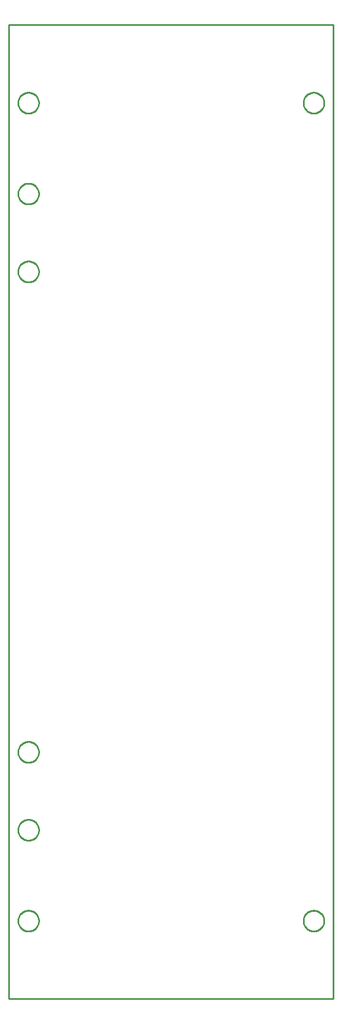
<source format=gbr>
G04 EAGLE Gerber RS-274X export*
G75*
%MOMM*%
%FSLAX34Y34*%
%LPD*%
%IN*%
%IPPOS*%
%AMOC8*
5,1,8,0,0,1.08239X$1,22.5*%
G01*
%ADD10C,0.254000*%


D10*
X0Y0D02*
X500000Y0D01*
X500000Y1500000D01*
X0Y1500000D01*
X0Y0D01*
X486000Y119476D02*
X485932Y118431D01*
X485795Y117392D01*
X485590Y116365D01*
X485319Y115353D01*
X484983Y114361D01*
X484582Y113393D01*
X484118Y112454D01*
X483595Y111546D01*
X483013Y110675D01*
X482375Y109844D01*
X481684Y109057D01*
X480943Y108316D01*
X480156Y107625D01*
X479325Y106988D01*
X478454Y106406D01*
X477546Y105882D01*
X476607Y105418D01*
X475639Y105017D01*
X474647Y104681D01*
X473635Y104410D01*
X472608Y104205D01*
X471569Y104069D01*
X470524Y104000D01*
X469476Y104000D01*
X468431Y104069D01*
X467392Y104205D01*
X466365Y104410D01*
X465353Y104681D01*
X464361Y105017D01*
X463393Y105418D01*
X462454Y105882D01*
X461546Y106406D01*
X460675Y106988D01*
X459844Y107625D01*
X459057Y108316D01*
X458316Y109057D01*
X457625Y109844D01*
X456988Y110675D01*
X456406Y111546D01*
X455882Y112454D01*
X455418Y113393D01*
X455017Y114361D01*
X454681Y115353D01*
X454410Y116365D01*
X454205Y117392D01*
X454069Y118431D01*
X454000Y119476D01*
X454000Y120524D01*
X454069Y121569D01*
X454205Y122608D01*
X454410Y123635D01*
X454681Y124647D01*
X455017Y125639D01*
X455418Y126607D01*
X455882Y127546D01*
X456406Y128454D01*
X456988Y129325D01*
X457625Y130156D01*
X458316Y130943D01*
X459057Y131684D01*
X459844Y132375D01*
X460675Y133013D01*
X461546Y133595D01*
X462454Y134118D01*
X463393Y134582D01*
X464361Y134983D01*
X465353Y135319D01*
X466365Y135590D01*
X467392Y135795D01*
X468431Y135932D01*
X469476Y136000D01*
X470524Y136000D01*
X471569Y135932D01*
X472608Y135795D01*
X473635Y135590D01*
X474647Y135319D01*
X475639Y134983D01*
X476607Y134582D01*
X477546Y134118D01*
X478454Y133595D01*
X479325Y133013D01*
X480156Y132375D01*
X480943Y131684D01*
X481684Y130943D01*
X482375Y130156D01*
X483013Y129325D01*
X483595Y128454D01*
X484118Y127546D01*
X484582Y126607D01*
X484983Y125639D01*
X485319Y124647D01*
X485590Y123635D01*
X485795Y122608D01*
X485932Y121569D01*
X486000Y120524D01*
X486000Y119476D01*
X486000Y1379476D02*
X485932Y1378431D01*
X485795Y1377392D01*
X485590Y1376365D01*
X485319Y1375353D01*
X484983Y1374361D01*
X484582Y1373393D01*
X484118Y1372454D01*
X483595Y1371546D01*
X483013Y1370675D01*
X482375Y1369844D01*
X481684Y1369057D01*
X480943Y1368316D01*
X480156Y1367625D01*
X479325Y1366988D01*
X478454Y1366406D01*
X477546Y1365882D01*
X476607Y1365418D01*
X475639Y1365017D01*
X474647Y1364681D01*
X473635Y1364410D01*
X472608Y1364205D01*
X471569Y1364069D01*
X470524Y1364000D01*
X469476Y1364000D01*
X468431Y1364069D01*
X467392Y1364205D01*
X466365Y1364410D01*
X465353Y1364681D01*
X464361Y1365017D01*
X463393Y1365418D01*
X462454Y1365882D01*
X461546Y1366406D01*
X460675Y1366988D01*
X459844Y1367625D01*
X459057Y1368316D01*
X458316Y1369057D01*
X457625Y1369844D01*
X456988Y1370675D01*
X456406Y1371546D01*
X455882Y1372454D01*
X455418Y1373393D01*
X455017Y1374361D01*
X454681Y1375353D01*
X454410Y1376365D01*
X454205Y1377392D01*
X454069Y1378431D01*
X454000Y1379476D01*
X454000Y1380524D01*
X454069Y1381569D01*
X454205Y1382608D01*
X454410Y1383635D01*
X454681Y1384647D01*
X455017Y1385639D01*
X455418Y1386607D01*
X455882Y1387546D01*
X456406Y1388454D01*
X456988Y1389325D01*
X457625Y1390156D01*
X458316Y1390943D01*
X459057Y1391684D01*
X459844Y1392375D01*
X460675Y1393013D01*
X461546Y1393595D01*
X462454Y1394118D01*
X463393Y1394582D01*
X464361Y1394983D01*
X465353Y1395319D01*
X466365Y1395590D01*
X467392Y1395795D01*
X468431Y1395932D01*
X469476Y1396000D01*
X470524Y1396000D01*
X471569Y1395932D01*
X472608Y1395795D01*
X473635Y1395590D01*
X474647Y1395319D01*
X475639Y1394983D01*
X476607Y1394582D01*
X477546Y1394118D01*
X478454Y1393595D01*
X479325Y1393013D01*
X480156Y1392375D01*
X480943Y1391684D01*
X481684Y1390943D01*
X482375Y1390156D01*
X483013Y1389325D01*
X483595Y1388454D01*
X484118Y1387546D01*
X484582Y1386607D01*
X484983Y1385639D01*
X485319Y1384647D01*
X485590Y1383635D01*
X485795Y1382608D01*
X485932Y1381569D01*
X486000Y1380524D01*
X486000Y1379476D01*
X46000Y1379476D02*
X45932Y1378431D01*
X45795Y1377392D01*
X45590Y1376365D01*
X45319Y1375353D01*
X44983Y1374361D01*
X44582Y1373393D01*
X44118Y1372454D01*
X43595Y1371546D01*
X43013Y1370675D01*
X42375Y1369844D01*
X41684Y1369057D01*
X40943Y1368316D01*
X40156Y1367625D01*
X39325Y1366988D01*
X38454Y1366406D01*
X37546Y1365882D01*
X36607Y1365418D01*
X35639Y1365017D01*
X34647Y1364681D01*
X33635Y1364410D01*
X32608Y1364205D01*
X31569Y1364069D01*
X30524Y1364000D01*
X29476Y1364000D01*
X28431Y1364069D01*
X27392Y1364205D01*
X26365Y1364410D01*
X25353Y1364681D01*
X24361Y1365017D01*
X23393Y1365418D01*
X22454Y1365882D01*
X21546Y1366406D01*
X20675Y1366988D01*
X19844Y1367625D01*
X19057Y1368316D01*
X18316Y1369057D01*
X17625Y1369844D01*
X16988Y1370675D01*
X16406Y1371546D01*
X15882Y1372454D01*
X15418Y1373393D01*
X15017Y1374361D01*
X14681Y1375353D01*
X14410Y1376365D01*
X14205Y1377392D01*
X14069Y1378431D01*
X14000Y1379476D01*
X14000Y1380524D01*
X14069Y1381569D01*
X14205Y1382608D01*
X14410Y1383635D01*
X14681Y1384647D01*
X15017Y1385639D01*
X15418Y1386607D01*
X15882Y1387546D01*
X16406Y1388454D01*
X16988Y1389325D01*
X17625Y1390156D01*
X18316Y1390943D01*
X19057Y1391684D01*
X19844Y1392375D01*
X20675Y1393013D01*
X21546Y1393595D01*
X22454Y1394118D01*
X23393Y1394582D01*
X24361Y1394983D01*
X25353Y1395319D01*
X26365Y1395590D01*
X27392Y1395795D01*
X28431Y1395932D01*
X29476Y1396000D01*
X30524Y1396000D01*
X31569Y1395932D01*
X32608Y1395795D01*
X33635Y1395590D01*
X34647Y1395319D01*
X35639Y1394983D01*
X36607Y1394582D01*
X37546Y1394118D01*
X38454Y1393595D01*
X39325Y1393013D01*
X40156Y1392375D01*
X40943Y1391684D01*
X41684Y1390943D01*
X42375Y1390156D01*
X43013Y1389325D01*
X43595Y1388454D01*
X44118Y1387546D01*
X44582Y1386607D01*
X44983Y1385639D01*
X45319Y1384647D01*
X45590Y1383635D01*
X45795Y1382608D01*
X45932Y1381569D01*
X46000Y1380524D01*
X46000Y1379476D01*
X46000Y119476D02*
X45932Y118431D01*
X45795Y117392D01*
X45590Y116365D01*
X45319Y115353D01*
X44983Y114361D01*
X44582Y113393D01*
X44118Y112454D01*
X43595Y111546D01*
X43013Y110675D01*
X42375Y109844D01*
X41684Y109057D01*
X40943Y108316D01*
X40156Y107625D01*
X39325Y106988D01*
X38454Y106406D01*
X37546Y105882D01*
X36607Y105418D01*
X35639Y105017D01*
X34647Y104681D01*
X33635Y104410D01*
X32608Y104205D01*
X31569Y104069D01*
X30524Y104000D01*
X29476Y104000D01*
X28431Y104069D01*
X27392Y104205D01*
X26365Y104410D01*
X25353Y104681D01*
X24361Y105017D01*
X23393Y105418D01*
X22454Y105882D01*
X21546Y106406D01*
X20675Y106988D01*
X19844Y107625D01*
X19057Y108316D01*
X18316Y109057D01*
X17625Y109844D01*
X16988Y110675D01*
X16406Y111546D01*
X15882Y112454D01*
X15418Y113393D01*
X15017Y114361D01*
X14681Y115353D01*
X14410Y116365D01*
X14205Y117392D01*
X14069Y118431D01*
X14000Y119476D01*
X14000Y120524D01*
X14069Y121569D01*
X14205Y122608D01*
X14410Y123635D01*
X14681Y124647D01*
X15017Y125639D01*
X15418Y126607D01*
X15882Y127546D01*
X16406Y128454D01*
X16988Y129325D01*
X17625Y130156D01*
X18316Y130943D01*
X19057Y131684D01*
X19844Y132375D01*
X20675Y133013D01*
X21546Y133595D01*
X22454Y134118D01*
X23393Y134582D01*
X24361Y134983D01*
X25353Y135319D01*
X26365Y135590D01*
X27392Y135795D01*
X28431Y135932D01*
X29476Y136000D01*
X30524Y136000D01*
X31569Y135932D01*
X32608Y135795D01*
X33635Y135590D01*
X34647Y135319D01*
X35639Y134983D01*
X36607Y134582D01*
X37546Y134118D01*
X38454Y133595D01*
X39325Y133013D01*
X40156Y132375D01*
X40943Y131684D01*
X41684Y130943D01*
X42375Y130156D01*
X43013Y129325D01*
X43595Y128454D01*
X44118Y127546D01*
X44582Y126607D01*
X44983Y125639D01*
X45319Y124647D01*
X45590Y123635D01*
X45795Y122608D01*
X45932Y121569D01*
X46000Y120524D01*
X46000Y119476D01*
X46000Y1239476D02*
X45932Y1238431D01*
X45795Y1237392D01*
X45590Y1236365D01*
X45319Y1235353D01*
X44983Y1234361D01*
X44582Y1233393D01*
X44118Y1232454D01*
X43595Y1231546D01*
X43013Y1230675D01*
X42375Y1229844D01*
X41684Y1229057D01*
X40943Y1228316D01*
X40156Y1227625D01*
X39325Y1226988D01*
X38454Y1226406D01*
X37546Y1225882D01*
X36607Y1225418D01*
X35639Y1225017D01*
X34647Y1224681D01*
X33635Y1224410D01*
X32608Y1224205D01*
X31569Y1224069D01*
X30524Y1224000D01*
X29476Y1224000D01*
X28431Y1224069D01*
X27392Y1224205D01*
X26365Y1224410D01*
X25353Y1224681D01*
X24361Y1225017D01*
X23393Y1225418D01*
X22454Y1225882D01*
X21546Y1226406D01*
X20675Y1226988D01*
X19844Y1227625D01*
X19057Y1228316D01*
X18316Y1229057D01*
X17625Y1229844D01*
X16988Y1230675D01*
X16406Y1231546D01*
X15882Y1232454D01*
X15418Y1233393D01*
X15017Y1234361D01*
X14681Y1235353D01*
X14410Y1236365D01*
X14205Y1237392D01*
X14069Y1238431D01*
X14000Y1239476D01*
X14000Y1240524D01*
X14069Y1241569D01*
X14205Y1242608D01*
X14410Y1243635D01*
X14681Y1244647D01*
X15017Y1245639D01*
X15418Y1246607D01*
X15882Y1247546D01*
X16406Y1248454D01*
X16988Y1249325D01*
X17625Y1250156D01*
X18316Y1250943D01*
X19057Y1251684D01*
X19844Y1252375D01*
X20675Y1253013D01*
X21546Y1253595D01*
X22454Y1254118D01*
X23393Y1254582D01*
X24361Y1254983D01*
X25353Y1255319D01*
X26365Y1255590D01*
X27392Y1255795D01*
X28431Y1255932D01*
X29476Y1256000D01*
X30524Y1256000D01*
X31569Y1255932D01*
X32608Y1255795D01*
X33635Y1255590D01*
X34647Y1255319D01*
X35639Y1254983D01*
X36607Y1254582D01*
X37546Y1254118D01*
X38454Y1253595D01*
X39325Y1253013D01*
X40156Y1252375D01*
X40943Y1251684D01*
X41684Y1250943D01*
X42375Y1250156D01*
X43013Y1249325D01*
X43595Y1248454D01*
X44118Y1247546D01*
X44582Y1246607D01*
X44983Y1245639D01*
X45319Y1244647D01*
X45590Y1243635D01*
X45795Y1242608D01*
X45932Y1241569D01*
X46000Y1240524D01*
X46000Y1239476D01*
X46000Y1119476D02*
X45932Y1118431D01*
X45795Y1117392D01*
X45590Y1116365D01*
X45319Y1115353D01*
X44983Y1114361D01*
X44582Y1113393D01*
X44118Y1112454D01*
X43595Y1111546D01*
X43013Y1110675D01*
X42375Y1109844D01*
X41684Y1109057D01*
X40943Y1108316D01*
X40156Y1107625D01*
X39325Y1106988D01*
X38454Y1106406D01*
X37546Y1105882D01*
X36607Y1105418D01*
X35639Y1105017D01*
X34647Y1104681D01*
X33635Y1104410D01*
X32608Y1104205D01*
X31569Y1104069D01*
X30524Y1104000D01*
X29476Y1104000D01*
X28431Y1104069D01*
X27392Y1104205D01*
X26365Y1104410D01*
X25353Y1104681D01*
X24361Y1105017D01*
X23393Y1105418D01*
X22454Y1105882D01*
X21546Y1106406D01*
X20675Y1106988D01*
X19844Y1107625D01*
X19057Y1108316D01*
X18316Y1109057D01*
X17625Y1109844D01*
X16988Y1110675D01*
X16406Y1111546D01*
X15882Y1112454D01*
X15418Y1113393D01*
X15017Y1114361D01*
X14681Y1115353D01*
X14410Y1116365D01*
X14205Y1117392D01*
X14069Y1118431D01*
X14000Y1119476D01*
X14000Y1120524D01*
X14069Y1121569D01*
X14205Y1122608D01*
X14410Y1123635D01*
X14681Y1124647D01*
X15017Y1125639D01*
X15418Y1126607D01*
X15882Y1127546D01*
X16406Y1128454D01*
X16988Y1129325D01*
X17625Y1130156D01*
X18316Y1130943D01*
X19057Y1131684D01*
X19844Y1132375D01*
X20675Y1133013D01*
X21546Y1133595D01*
X22454Y1134118D01*
X23393Y1134582D01*
X24361Y1134983D01*
X25353Y1135319D01*
X26365Y1135590D01*
X27392Y1135795D01*
X28431Y1135932D01*
X29476Y1136000D01*
X30524Y1136000D01*
X31569Y1135932D01*
X32608Y1135795D01*
X33635Y1135590D01*
X34647Y1135319D01*
X35639Y1134983D01*
X36607Y1134582D01*
X37546Y1134118D01*
X38454Y1133595D01*
X39325Y1133013D01*
X40156Y1132375D01*
X40943Y1131684D01*
X41684Y1130943D01*
X42375Y1130156D01*
X43013Y1129325D01*
X43595Y1128454D01*
X44118Y1127546D01*
X44582Y1126607D01*
X44983Y1125639D01*
X45319Y1124647D01*
X45590Y1123635D01*
X45795Y1122608D01*
X45932Y1121569D01*
X46000Y1120524D01*
X46000Y1119476D01*
X46000Y259476D02*
X45932Y258431D01*
X45795Y257392D01*
X45590Y256365D01*
X45319Y255353D01*
X44983Y254361D01*
X44582Y253393D01*
X44118Y252454D01*
X43595Y251546D01*
X43013Y250675D01*
X42375Y249844D01*
X41684Y249057D01*
X40943Y248316D01*
X40156Y247625D01*
X39325Y246988D01*
X38454Y246406D01*
X37546Y245882D01*
X36607Y245418D01*
X35639Y245017D01*
X34647Y244681D01*
X33635Y244410D01*
X32608Y244205D01*
X31569Y244069D01*
X30524Y244000D01*
X29476Y244000D01*
X28431Y244069D01*
X27392Y244205D01*
X26365Y244410D01*
X25353Y244681D01*
X24361Y245017D01*
X23393Y245418D01*
X22454Y245882D01*
X21546Y246406D01*
X20675Y246988D01*
X19844Y247625D01*
X19057Y248316D01*
X18316Y249057D01*
X17625Y249844D01*
X16988Y250675D01*
X16406Y251546D01*
X15882Y252454D01*
X15418Y253393D01*
X15017Y254361D01*
X14681Y255353D01*
X14410Y256365D01*
X14205Y257392D01*
X14069Y258431D01*
X14000Y259476D01*
X14000Y260524D01*
X14069Y261569D01*
X14205Y262608D01*
X14410Y263635D01*
X14681Y264647D01*
X15017Y265639D01*
X15418Y266607D01*
X15882Y267546D01*
X16406Y268454D01*
X16988Y269325D01*
X17625Y270156D01*
X18316Y270943D01*
X19057Y271684D01*
X19844Y272375D01*
X20675Y273013D01*
X21546Y273595D01*
X22454Y274118D01*
X23393Y274582D01*
X24361Y274983D01*
X25353Y275319D01*
X26365Y275590D01*
X27392Y275795D01*
X28431Y275932D01*
X29476Y276000D01*
X30524Y276000D01*
X31569Y275932D01*
X32608Y275795D01*
X33635Y275590D01*
X34647Y275319D01*
X35639Y274983D01*
X36607Y274582D01*
X37546Y274118D01*
X38454Y273595D01*
X39325Y273013D01*
X40156Y272375D01*
X40943Y271684D01*
X41684Y270943D01*
X42375Y270156D01*
X43013Y269325D01*
X43595Y268454D01*
X44118Y267546D01*
X44582Y266607D01*
X44983Y265639D01*
X45319Y264647D01*
X45590Y263635D01*
X45795Y262608D01*
X45932Y261569D01*
X46000Y260524D01*
X46000Y259476D01*
X46000Y379476D02*
X45932Y378431D01*
X45795Y377392D01*
X45590Y376365D01*
X45319Y375353D01*
X44983Y374361D01*
X44582Y373393D01*
X44118Y372454D01*
X43595Y371546D01*
X43013Y370675D01*
X42375Y369844D01*
X41684Y369057D01*
X40943Y368316D01*
X40156Y367625D01*
X39325Y366988D01*
X38454Y366406D01*
X37546Y365882D01*
X36607Y365418D01*
X35639Y365017D01*
X34647Y364681D01*
X33635Y364410D01*
X32608Y364205D01*
X31569Y364069D01*
X30524Y364000D01*
X29476Y364000D01*
X28431Y364069D01*
X27392Y364205D01*
X26365Y364410D01*
X25353Y364681D01*
X24361Y365017D01*
X23393Y365418D01*
X22454Y365882D01*
X21546Y366406D01*
X20675Y366988D01*
X19844Y367625D01*
X19057Y368316D01*
X18316Y369057D01*
X17625Y369844D01*
X16988Y370675D01*
X16406Y371546D01*
X15882Y372454D01*
X15418Y373393D01*
X15017Y374361D01*
X14681Y375353D01*
X14410Y376365D01*
X14205Y377392D01*
X14069Y378431D01*
X14000Y379476D01*
X14000Y380524D01*
X14069Y381569D01*
X14205Y382608D01*
X14410Y383635D01*
X14681Y384647D01*
X15017Y385639D01*
X15418Y386607D01*
X15882Y387546D01*
X16406Y388454D01*
X16988Y389325D01*
X17625Y390156D01*
X18316Y390943D01*
X19057Y391684D01*
X19844Y392375D01*
X20675Y393013D01*
X21546Y393595D01*
X22454Y394118D01*
X23393Y394582D01*
X24361Y394983D01*
X25353Y395319D01*
X26365Y395590D01*
X27392Y395795D01*
X28431Y395932D01*
X29476Y396000D01*
X30524Y396000D01*
X31569Y395932D01*
X32608Y395795D01*
X33635Y395590D01*
X34647Y395319D01*
X35639Y394983D01*
X36607Y394582D01*
X37546Y394118D01*
X38454Y393595D01*
X39325Y393013D01*
X40156Y392375D01*
X40943Y391684D01*
X41684Y390943D01*
X42375Y390156D01*
X43013Y389325D01*
X43595Y388454D01*
X44118Y387546D01*
X44582Y386607D01*
X44983Y385639D01*
X45319Y384647D01*
X45590Y383635D01*
X45795Y382608D01*
X45932Y381569D01*
X46000Y380524D01*
X46000Y379476D01*
M02*

</source>
